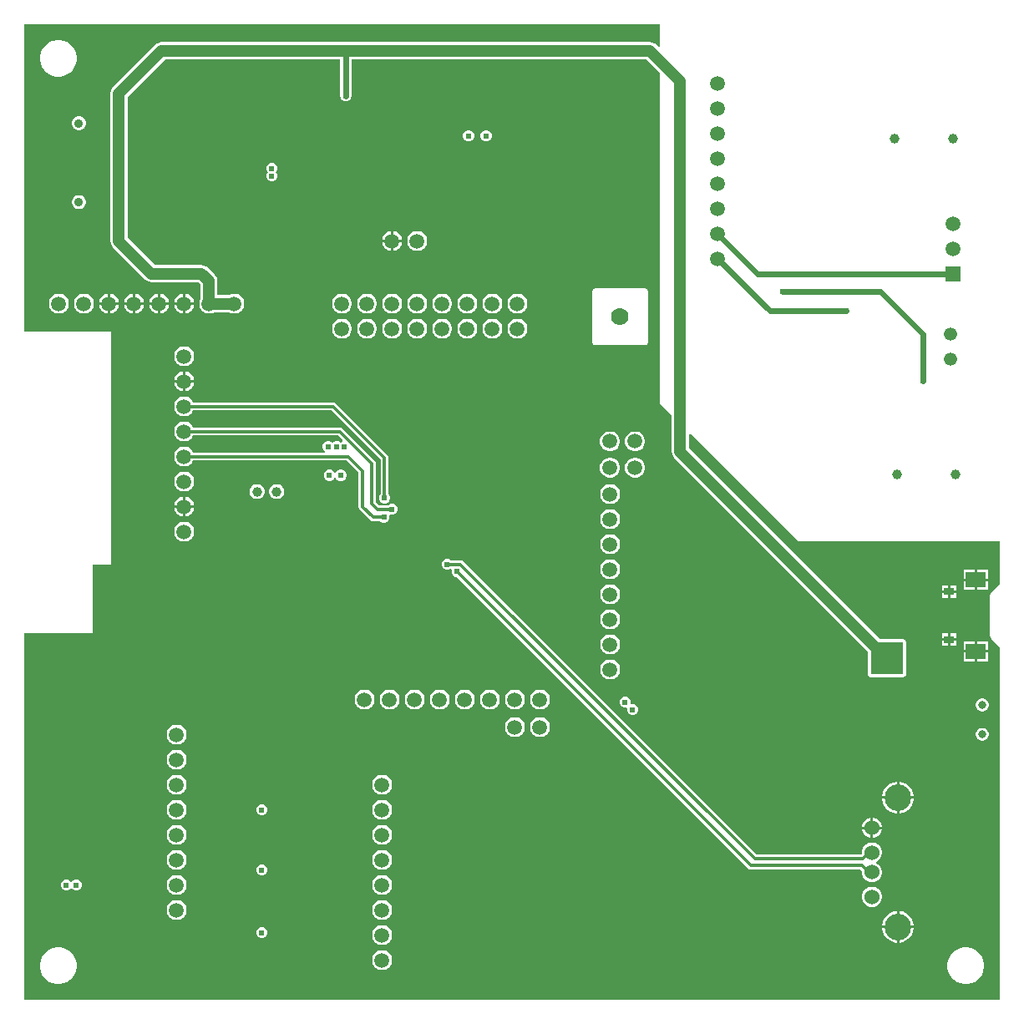
<source format=gbl>
G04*
G04 #@! TF.GenerationSoftware,Altium Limited,Altium Designer,21.9.2 (33)*
G04*
G04 Layer_Physical_Order=4*
G04 Layer_Color=16711680*
%FSLAX25Y25*%
%MOIN*%
G70*
G04*
G04 #@! TF.SameCoordinates,66518ADA-414C-4047-A028-89B1228E7E92*
G04*
G04*
G04 #@! TF.FilePolarity,Positive*
G04*
G01*
G75*
%ADD11C,0.01200*%
%ADD42R,0.07874X0.05906*%
%ADD98C,0.02400*%
%ADD100C,0.04800*%
%ADD118C,0.05906*%
%ADD119C,0.03937*%
%ADD120R,0.03937X0.03150*%
%ADD121C,0.07000*%
%ADD122C,0.03150*%
%ADD123C,0.06000*%
%ADD124C,0.10630*%
%ADD125C,0.05248*%
%ADD126C,0.03543*%
%ADD127R,0.05906X0.05906*%
%ADD128C,0.02400*%
%ADD149R,0.13000X0.13000*%
G36*
X255906Y382598D02*
X255444Y382406D01*
X254425Y383425D01*
X253715Y383970D01*
X252888Y384313D01*
X252000Y384429D01*
X57000D01*
X56112Y384313D01*
X55285Y383970D01*
X54575Y383425D01*
X37575Y366425D01*
X37030Y365715D01*
X36687Y364888D01*
X36571Y364000D01*
Y305000D01*
X36687Y304112D01*
X37030Y303285D01*
X37575Y302575D01*
X50575Y289575D01*
X51285Y289030D01*
X52112Y288687D01*
X53000Y288571D01*
X71556D01*
X72359Y287768D01*
Y281599D01*
X72317Y281526D01*
X72047Y280520D01*
Y279480D01*
X72317Y278474D01*
X72837Y277573D01*
X73573Y276837D01*
X74474Y276317D01*
X75480Y276047D01*
X76520D01*
X77526Y276317D01*
X77966Y276571D01*
X84034D01*
X84474Y276317D01*
X85480Y276047D01*
X86520D01*
X87526Y276317D01*
X88427Y276837D01*
X89163Y277573D01*
X89683Y278474D01*
X89953Y279480D01*
Y280520D01*
X89683Y281526D01*
X89163Y282427D01*
X88427Y283163D01*
X87526Y283683D01*
X86520Y283953D01*
X85480D01*
X84474Y283683D01*
X84034Y283429D01*
X79218D01*
Y289188D01*
X79101Y290076D01*
X78758Y290903D01*
X78213Y291613D01*
X75402Y294425D01*
X74691Y294970D01*
X73864Y295312D01*
X72977Y295429D01*
X54421D01*
X43429Y306420D01*
Y362579D01*
X58420Y377571D01*
X128257D01*
Y367000D01*
Y363000D01*
X128300Y362783D01*
Y362562D01*
X128384Y362358D01*
X128428Y362142D01*
X128550Y361958D01*
X128635Y361754D01*
X128791Y361598D01*
X128914Y361414D01*
X129098Y361291D01*
X129254Y361135D01*
X129458Y361050D01*
X129642Y360928D01*
X129858Y360884D01*
X130062Y360800D01*
X130283D01*
X130500Y360757D01*
X130717Y360800D01*
X130938D01*
X131142Y360884D01*
X131358Y360928D01*
X131542Y361050D01*
X131746Y361135D01*
X131902Y361291D01*
X132086Y361414D01*
X132209Y361598D01*
X132365Y361754D01*
X132450Y361958D01*
X132572Y362142D01*
X132615Y362358D01*
X132700Y362562D01*
Y362783D01*
X132743Y363000D01*
Y367000D01*
Y377571D01*
X250580D01*
X255906Y372245D01*
Y240158D01*
X260571Y235492D01*
Y221000D01*
X260687Y220112D01*
X261030Y219285D01*
X261575Y218575D01*
X338980Y141170D01*
Y132000D01*
X339058Y131610D01*
X339279Y131279D01*
X339610Y131058D01*
X340000Y130980D01*
X353000D01*
X353390Y131058D01*
X353721Y131279D01*
X353942Y131610D01*
X354020Y132000D01*
Y145000D01*
X353942Y145390D01*
X353721Y145721D01*
X353390Y145942D01*
X353000Y146020D01*
X343830D01*
X267429Y222421D01*
Y227980D01*
X267891Y228172D01*
X311024Y185039D01*
X391458D01*
Y168252D01*
X388178Y164972D01*
X387691Y164244D01*
X387521Y163386D01*
Y147638D01*
X387691Y146779D01*
X388178Y146052D01*
X391458Y142772D01*
Y2243D01*
X2243D01*
Y148500D01*
X29500D01*
Y176000D01*
X37000D01*
Y269000D01*
X2243D01*
Y391458D01*
X255906D01*
Y382598D01*
D02*
G37*
%LPC*%
G36*
X16467Y385252D02*
X15029D01*
X13619Y384971D01*
X12291Y384421D01*
X11095Y383622D01*
X10078Y382606D01*
X9280Y381410D01*
X8729Y380082D01*
X8449Y378672D01*
Y377234D01*
X8729Y375824D01*
X9280Y374495D01*
X10078Y373300D01*
X11095Y372283D01*
X12291Y371484D01*
X13619Y370934D01*
X15029Y370654D01*
X16467D01*
X17877Y370934D01*
X19206Y371484D01*
X20401Y372283D01*
X21418Y373300D01*
X22217Y374495D01*
X22767Y375824D01*
X23047Y377234D01*
Y378672D01*
X22767Y380082D01*
X22217Y381410D01*
X21418Y382606D01*
X20401Y383622D01*
X19206Y384421D01*
X17877Y384971D01*
X16467Y385252D01*
D02*
G37*
G36*
X24365Y354772D02*
X23635D01*
X22930Y354583D01*
X22298Y354218D01*
X21782Y353702D01*
X21417Y353070D01*
X21228Y352365D01*
Y351635D01*
X21417Y350930D01*
X21782Y350298D01*
X22298Y349782D01*
X22930Y349417D01*
X23635Y349228D01*
X24365D01*
X25070Y349417D01*
X25702Y349782D01*
X26218Y350298D01*
X26583Y350930D01*
X26772Y351635D01*
Y352365D01*
X26583Y353070D01*
X26218Y353702D01*
X25702Y354218D01*
X25070Y354583D01*
X24365Y354772D01*
D02*
G37*
G36*
X186938Y349200D02*
X186062D01*
X185254Y348865D01*
X184635Y348246D01*
X184300Y347438D01*
Y346562D01*
X184635Y345754D01*
X185254Y345135D01*
X186062Y344800D01*
X186938D01*
X187746Y345135D01*
X188365Y345754D01*
X188700Y346562D01*
Y347438D01*
X188365Y348246D01*
X187746Y348865D01*
X186938Y349200D01*
D02*
G37*
G36*
X179938D02*
X179062D01*
X178254Y348865D01*
X177635Y348246D01*
X177300Y347438D01*
Y346562D01*
X177635Y345754D01*
X178254Y345135D01*
X179062Y344800D01*
X179938D01*
X180746Y345135D01*
X181365Y345754D01*
X181700Y346562D01*
Y347438D01*
X181365Y348246D01*
X180746Y348865D01*
X179938Y349200D01*
D02*
G37*
G36*
X101438Y336200D02*
X100562D01*
X99754Y335865D01*
X99135Y335246D01*
X98800Y334438D01*
Y333562D01*
X99135Y332754D01*
X99389Y332500D01*
X99135Y332246D01*
X98800Y331438D01*
Y330562D01*
X99135Y329754D01*
X99754Y329135D01*
X100562Y328800D01*
X101438D01*
X102246Y329135D01*
X102865Y329754D01*
X103200Y330562D01*
Y331438D01*
X102865Y332246D01*
X102611Y332500D01*
X102865Y332754D01*
X103200Y333562D01*
Y334438D01*
X102865Y335246D01*
X102246Y335865D01*
X101438Y336200D01*
D02*
G37*
G36*
X24365Y323276D02*
X23635D01*
X22930Y323087D01*
X22298Y322722D01*
X21782Y322206D01*
X21417Y321574D01*
X21228Y320869D01*
Y320139D01*
X21417Y319434D01*
X21782Y318802D01*
X22298Y318286D01*
X22930Y317921D01*
X23635Y317732D01*
X24365D01*
X25070Y317921D01*
X25702Y318286D01*
X26218Y318802D01*
X26583Y319434D01*
X26772Y320139D01*
Y320869D01*
X26583Y321574D01*
X26218Y322206D01*
X25702Y322722D01*
X25070Y323087D01*
X24365Y323276D01*
D02*
G37*
G36*
X149520Y308953D02*
X149500D01*
Y305500D01*
X152953D01*
Y305520D01*
X152683Y306526D01*
X152163Y307427D01*
X151427Y308163D01*
X150526Y308683D01*
X149520Y308953D01*
D02*
G37*
G36*
X148500D02*
X148480D01*
X147474Y308683D01*
X146573Y308163D01*
X145837Y307427D01*
X145317Y306526D01*
X145047Y305520D01*
Y305500D01*
X148500D01*
Y308953D01*
D02*
G37*
G36*
X159520D02*
X158480D01*
X157474Y308683D01*
X156573Y308163D01*
X155837Y307427D01*
X155317Y306526D01*
X155047Y305520D01*
Y304480D01*
X155317Y303474D01*
X155837Y302573D01*
X156573Y301837D01*
X157474Y301317D01*
X158480Y301047D01*
X159520D01*
X160526Y301317D01*
X161427Y301837D01*
X162163Y302573D01*
X162683Y303474D01*
X162953Y304480D01*
Y305520D01*
X162683Y306526D01*
X162163Y307427D01*
X161427Y308163D01*
X160526Y308683D01*
X159520Y308953D01*
D02*
G37*
G36*
X152953Y304500D02*
X149500D01*
Y301047D01*
X149520D01*
X150526Y301317D01*
X151427Y301837D01*
X152163Y302573D01*
X152683Y303474D01*
X152953Y304480D01*
Y304500D01*
D02*
G37*
G36*
X148500D02*
X145047D01*
Y304480D01*
X145317Y303474D01*
X145837Y302573D01*
X146573Y301837D01*
X147474Y301317D01*
X148480Y301047D01*
X148500D01*
Y304500D01*
D02*
G37*
G36*
X36520Y283953D02*
X36500D01*
Y280500D01*
X39953D01*
Y280520D01*
X39683Y281526D01*
X39163Y282427D01*
X38427Y283163D01*
X37526Y283683D01*
X36520Y283953D01*
D02*
G37*
G36*
X66520D02*
X66500D01*
Y280500D01*
X69953D01*
Y280520D01*
X69683Y281526D01*
X69163Y282427D01*
X68427Y283163D01*
X67526Y283683D01*
X66520Y283953D01*
D02*
G37*
G36*
X46520D02*
X46500D01*
Y280500D01*
X49953D01*
Y280520D01*
X49683Y281526D01*
X49163Y282427D01*
X48427Y283163D01*
X47526Y283683D01*
X46520Y283953D01*
D02*
G37*
G36*
X56520D02*
X56500D01*
Y280500D01*
X59953D01*
Y280520D01*
X59683Y281526D01*
X59163Y282427D01*
X58427Y283163D01*
X57526Y283683D01*
X56520Y283953D01*
D02*
G37*
G36*
X35500D02*
X35480D01*
X34474Y283683D01*
X33573Y283163D01*
X32837Y282427D01*
X32317Y281526D01*
X32047Y280520D01*
Y280500D01*
X35500D01*
Y283953D01*
D02*
G37*
G36*
X65500D02*
X65480D01*
X64474Y283683D01*
X63573Y283163D01*
X62837Y282427D01*
X62317Y281526D01*
X62047Y280520D01*
Y280500D01*
X65500D01*
Y283953D01*
D02*
G37*
G36*
X45500D02*
X45480D01*
X44474Y283683D01*
X43573Y283163D01*
X42837Y282427D01*
X42317Y281526D01*
X42047Y280520D01*
Y280500D01*
X45500D01*
Y283953D01*
D02*
G37*
G36*
X55500D02*
X55480D01*
X54474Y283683D01*
X53573Y283163D01*
X52837Y282427D01*
X52317Y281526D01*
X52047Y280520D01*
Y280500D01*
X55500D01*
Y283953D01*
D02*
G37*
G36*
X199520D02*
X198480D01*
X197474Y283683D01*
X196573Y283163D01*
X195837Y282427D01*
X195317Y281526D01*
X195047Y280520D01*
Y279480D01*
X195317Y278474D01*
X195837Y277573D01*
X196573Y276837D01*
X197474Y276317D01*
X198480Y276047D01*
X199520D01*
X200526Y276317D01*
X201427Y276837D01*
X202163Y277573D01*
X202683Y278474D01*
X202953Y279480D01*
Y280520D01*
X202683Y281526D01*
X202163Y282427D01*
X201427Y283163D01*
X200526Y283683D01*
X199520Y283953D01*
D02*
G37*
G36*
X189520D02*
X188480D01*
X187474Y283683D01*
X186573Y283163D01*
X185837Y282427D01*
X185317Y281526D01*
X185047Y280520D01*
Y279480D01*
X185317Y278474D01*
X185837Y277573D01*
X186573Y276837D01*
X187474Y276317D01*
X188480Y276047D01*
X189520D01*
X190526Y276317D01*
X191427Y276837D01*
X192163Y277573D01*
X192683Y278474D01*
X192953Y279480D01*
Y280520D01*
X192683Y281526D01*
X192163Y282427D01*
X191427Y283163D01*
X190526Y283683D01*
X189520Y283953D01*
D02*
G37*
G36*
X179520D02*
X178480D01*
X177474Y283683D01*
X176573Y283163D01*
X175837Y282427D01*
X175317Y281526D01*
X175047Y280520D01*
Y279480D01*
X175317Y278474D01*
X175837Y277573D01*
X176573Y276837D01*
X177474Y276317D01*
X178480Y276047D01*
X179520D01*
X180526Y276317D01*
X181427Y276837D01*
X182163Y277573D01*
X182683Y278474D01*
X182953Y279480D01*
Y280520D01*
X182683Y281526D01*
X182163Y282427D01*
X181427Y283163D01*
X180526Y283683D01*
X179520Y283953D01*
D02*
G37*
G36*
X169491D02*
X168450D01*
X167445Y283683D01*
X166544Y283163D01*
X165808Y282427D01*
X165287Y281526D01*
X165018Y280520D01*
Y279480D01*
X165287Y278474D01*
X165808Y277573D01*
X166544Y276837D01*
X167445Y276317D01*
X168450Y276047D01*
X169491D01*
X170497Y276317D01*
X171398Y276837D01*
X172134Y277573D01*
X172654Y278474D01*
X172924Y279480D01*
Y280520D01*
X172654Y281526D01*
X172134Y282427D01*
X171398Y283163D01*
X170497Y283683D01*
X169491Y283953D01*
D02*
G37*
G36*
X159520D02*
X158480D01*
X157474Y283683D01*
X156573Y283163D01*
X155837Y282427D01*
X155317Y281526D01*
X155047Y280520D01*
Y279480D01*
X155317Y278474D01*
X155837Y277573D01*
X156573Y276837D01*
X157474Y276317D01*
X158480Y276047D01*
X159520D01*
X160526Y276317D01*
X161427Y276837D01*
X162163Y277573D01*
X162683Y278474D01*
X162953Y279480D01*
Y280520D01*
X162683Y281526D01*
X162163Y282427D01*
X161427Y283163D01*
X160526Y283683D01*
X159520Y283953D01*
D02*
G37*
G36*
X149520D02*
X148480D01*
X147474Y283683D01*
X146573Y283163D01*
X145837Y282427D01*
X145317Y281526D01*
X145047Y280520D01*
Y279480D01*
X145317Y278474D01*
X145837Y277573D01*
X146573Y276837D01*
X147474Y276317D01*
X148480Y276047D01*
X149520D01*
X150526Y276317D01*
X151427Y276837D01*
X152163Y277573D01*
X152683Y278474D01*
X152953Y279480D01*
Y280520D01*
X152683Y281526D01*
X152163Y282427D01*
X151427Y283163D01*
X150526Y283683D01*
X149520Y283953D01*
D02*
G37*
G36*
X139491D02*
X138451D01*
X137445Y283683D01*
X136544Y283163D01*
X135808Y282427D01*
X135287Y281526D01*
X135018Y280520D01*
Y279480D01*
X135287Y278474D01*
X135808Y277573D01*
X136544Y276837D01*
X137445Y276317D01*
X138451Y276047D01*
X139491D01*
X140497Y276317D01*
X141398Y276837D01*
X142134Y277573D01*
X142654Y278474D01*
X142924Y279480D01*
Y280520D01*
X142654Y281526D01*
X142134Y282427D01*
X141398Y283163D01*
X140497Y283683D01*
X139491Y283953D01*
D02*
G37*
G36*
X129491D02*
X128451D01*
X127445Y283683D01*
X126544Y283163D01*
X125808Y282427D01*
X125287Y281526D01*
X125018Y280520D01*
Y279480D01*
X125287Y278474D01*
X125808Y277573D01*
X126544Y276837D01*
X127445Y276317D01*
X128451Y276047D01*
X129491D01*
X130497Y276317D01*
X131398Y276837D01*
X132134Y277573D01*
X132654Y278474D01*
X132924Y279480D01*
Y280520D01*
X132654Y281526D01*
X132134Y282427D01*
X131398Y283163D01*
X130497Y283683D01*
X129491Y283953D01*
D02*
G37*
G36*
X69953Y279500D02*
X66500D01*
Y276047D01*
X66520D01*
X67526Y276317D01*
X68427Y276837D01*
X69163Y277573D01*
X69683Y278474D01*
X69953Y279480D01*
Y279500D01*
D02*
G37*
G36*
X65500D02*
X62047D01*
Y279480D01*
X62317Y278474D01*
X62837Y277573D01*
X63573Y276837D01*
X64474Y276317D01*
X65480Y276047D01*
X65500D01*
Y279500D01*
D02*
G37*
G36*
X59953D02*
X56500D01*
Y276047D01*
X56520D01*
X57526Y276317D01*
X58427Y276837D01*
X59163Y277573D01*
X59683Y278474D01*
X59953Y279480D01*
Y279500D01*
D02*
G37*
G36*
X55500D02*
X52047D01*
Y279480D01*
X52317Y278474D01*
X52837Y277573D01*
X53573Y276837D01*
X54474Y276317D01*
X55480Y276047D01*
X55500D01*
Y279500D01*
D02*
G37*
G36*
X49953D02*
X46500D01*
Y276047D01*
X46520D01*
X47526Y276317D01*
X48427Y276837D01*
X49163Y277573D01*
X49683Y278474D01*
X49953Y279480D01*
Y279500D01*
D02*
G37*
G36*
X45500D02*
X42047D01*
Y279480D01*
X42317Y278474D01*
X42837Y277573D01*
X43573Y276837D01*
X44474Y276317D01*
X45480Y276047D01*
X45500D01*
Y279500D01*
D02*
G37*
G36*
X39953D02*
X36500D01*
Y276047D01*
X36520D01*
X37526Y276317D01*
X38427Y276837D01*
X39163Y277573D01*
X39683Y278474D01*
X39953Y279480D01*
Y279500D01*
D02*
G37*
G36*
X35500D02*
X32047D01*
Y279480D01*
X32317Y278474D01*
X32837Y277573D01*
X33573Y276837D01*
X34474Y276317D01*
X35480Y276047D01*
X35500D01*
Y279500D01*
D02*
G37*
G36*
X26520Y283953D02*
X25480D01*
X24474Y283683D01*
X23573Y283163D01*
X22837Y282427D01*
X22317Y281526D01*
X22047Y280520D01*
Y279480D01*
X22317Y278474D01*
X22837Y277573D01*
X23573Y276837D01*
X24474Y276317D01*
X25480Y276047D01*
X26520D01*
X27526Y276317D01*
X28427Y276837D01*
X29163Y277573D01*
X29683Y278474D01*
X29953Y279480D01*
Y280520D01*
X29683Y281526D01*
X29163Y282427D01*
X28427Y283163D01*
X27526Y283683D01*
X26520Y283953D01*
D02*
G37*
G36*
X16520D02*
X15480D01*
X14474Y283683D01*
X13573Y283163D01*
X12837Y282427D01*
X12317Y281526D01*
X12047Y280520D01*
Y279480D01*
X12317Y278474D01*
X12837Y277573D01*
X13573Y276837D01*
X14474Y276317D01*
X15480Y276047D01*
X16520D01*
X17526Y276317D01*
X18427Y276837D01*
X19163Y277573D01*
X19683Y278474D01*
X19953Y279480D01*
Y280520D01*
X19683Y281526D01*
X19163Y282427D01*
X18427Y283163D01*
X17526Y283683D01*
X16520Y283953D01*
D02*
G37*
G36*
X199520Y273953D02*
X198480D01*
X197474Y273683D01*
X196573Y273163D01*
X195837Y272427D01*
X195317Y271526D01*
X195047Y270520D01*
Y269480D01*
X195317Y268474D01*
X195837Y267573D01*
X196573Y266837D01*
X197474Y266317D01*
X198480Y266047D01*
X199520D01*
X200526Y266317D01*
X201427Y266837D01*
X202163Y267573D01*
X202683Y268474D01*
X202953Y269480D01*
Y270520D01*
X202683Y271526D01*
X202163Y272427D01*
X201427Y273163D01*
X200526Y273683D01*
X199520Y273953D01*
D02*
G37*
G36*
X189520D02*
X188480D01*
X187474Y273683D01*
X186573Y273163D01*
X185837Y272427D01*
X185317Y271526D01*
X185047Y270520D01*
Y269480D01*
X185317Y268474D01*
X185837Y267573D01*
X186573Y266837D01*
X187474Y266317D01*
X188480Y266047D01*
X189520D01*
X190526Y266317D01*
X191427Y266837D01*
X192163Y267573D01*
X192683Y268474D01*
X192953Y269480D01*
Y270520D01*
X192683Y271526D01*
X192163Y272427D01*
X191427Y273163D01*
X190526Y273683D01*
X189520Y273953D01*
D02*
G37*
G36*
X179520D02*
X178480D01*
X177474Y273683D01*
X176573Y273163D01*
X175837Y272427D01*
X175317Y271526D01*
X175047Y270520D01*
Y269480D01*
X175317Y268474D01*
X175837Y267573D01*
X176573Y266837D01*
X177474Y266317D01*
X178480Y266047D01*
X179520D01*
X180526Y266317D01*
X181427Y266837D01*
X182163Y267573D01*
X182683Y268474D01*
X182953Y269480D01*
Y270520D01*
X182683Y271526D01*
X182163Y272427D01*
X181427Y273163D01*
X180526Y273683D01*
X179520Y273953D01*
D02*
G37*
G36*
X169491D02*
X168450D01*
X167445Y273683D01*
X166544Y273163D01*
X165808Y272427D01*
X165287Y271526D01*
X165018Y270520D01*
Y269480D01*
X165287Y268474D01*
X165808Y267573D01*
X166544Y266837D01*
X167445Y266317D01*
X168450Y266047D01*
X169491D01*
X170497Y266317D01*
X171398Y266837D01*
X172134Y267573D01*
X172654Y268474D01*
X172924Y269480D01*
Y270520D01*
X172654Y271526D01*
X172134Y272427D01*
X171398Y273163D01*
X170497Y273683D01*
X169491Y273953D01*
D02*
G37*
G36*
X159520D02*
X158480D01*
X157474Y273683D01*
X156573Y273163D01*
X155837Y272427D01*
X155317Y271526D01*
X155047Y270520D01*
Y269480D01*
X155317Y268474D01*
X155837Y267573D01*
X156573Y266837D01*
X157474Y266317D01*
X158480Y266047D01*
X159520D01*
X160526Y266317D01*
X161427Y266837D01*
X162163Y267573D01*
X162683Y268474D01*
X162953Y269480D01*
Y270520D01*
X162683Y271526D01*
X162163Y272427D01*
X161427Y273163D01*
X160526Y273683D01*
X159520Y273953D01*
D02*
G37*
G36*
X149520D02*
X148480D01*
X147474Y273683D01*
X146573Y273163D01*
X145837Y272427D01*
X145317Y271526D01*
X145047Y270520D01*
Y269480D01*
X145317Y268474D01*
X145837Y267573D01*
X146573Y266837D01*
X147474Y266317D01*
X148480Y266047D01*
X149520D01*
X150526Y266317D01*
X151427Y266837D01*
X152163Y267573D01*
X152683Y268474D01*
X152953Y269480D01*
Y270520D01*
X152683Y271526D01*
X152163Y272427D01*
X151427Y273163D01*
X150526Y273683D01*
X149520Y273953D01*
D02*
G37*
G36*
X139491D02*
X138451D01*
X137445Y273683D01*
X136544Y273163D01*
X135808Y272427D01*
X135287Y271526D01*
X135018Y270520D01*
Y269480D01*
X135287Y268474D01*
X135808Y267573D01*
X136544Y266837D01*
X137445Y266317D01*
X138451Y266047D01*
X139491D01*
X140497Y266317D01*
X141398Y266837D01*
X142134Y267573D01*
X142654Y268474D01*
X142924Y269480D01*
Y270520D01*
X142654Y271526D01*
X142134Y272427D01*
X141398Y273163D01*
X140497Y273683D01*
X139491Y273953D01*
D02*
G37*
G36*
X129491D02*
X128451D01*
X127445Y273683D01*
X126544Y273163D01*
X125808Y272427D01*
X125287Y271526D01*
X125018Y270520D01*
Y269480D01*
X125287Y268474D01*
X125808Y267573D01*
X126544Y266837D01*
X127445Y266317D01*
X128451Y266047D01*
X129491D01*
X130497Y266317D01*
X131398Y266837D01*
X132134Y267573D01*
X132654Y268474D01*
X132924Y269480D01*
Y270520D01*
X132654Y271526D01*
X132134Y272427D01*
X131398Y273163D01*
X130497Y273683D01*
X129491Y273953D01*
D02*
G37*
G36*
X250000Y286020D02*
X230000D01*
X229610Y285942D01*
X229279Y285721D01*
X229058Y285390D01*
X228980Y285000D01*
Y264500D01*
X229058Y264110D01*
X229279Y263779D01*
X229610Y263558D01*
X230000Y263480D01*
X250000D01*
X250390Y263558D01*
X250721Y263779D01*
X250942Y264110D01*
X251020Y264500D01*
Y285000D01*
X250942Y285390D01*
X250721Y285721D01*
X250390Y285942D01*
X250000Y286020D01*
D02*
G37*
G36*
X66520Y262953D02*
X65480D01*
X64474Y262683D01*
X63573Y262163D01*
X62837Y261427D01*
X62317Y260526D01*
X62047Y259520D01*
Y258480D01*
X62317Y257474D01*
X62837Y256573D01*
X63573Y255837D01*
X64474Y255317D01*
X65480Y255047D01*
X66520D01*
X67526Y255317D01*
X68427Y255837D01*
X69163Y256573D01*
X69683Y257474D01*
X69953Y258480D01*
Y259520D01*
X69683Y260526D01*
X69163Y261427D01*
X68427Y262163D01*
X67526Y262683D01*
X66520Y262953D01*
D02*
G37*
G36*
Y252953D02*
X66500D01*
Y249500D01*
X69953D01*
Y249520D01*
X69683Y250526D01*
X69163Y251427D01*
X68427Y252163D01*
X67526Y252683D01*
X66520Y252953D01*
D02*
G37*
G36*
X65500D02*
X65480D01*
X64474Y252683D01*
X63573Y252163D01*
X62837Y251427D01*
X62317Y250526D01*
X62047Y249520D01*
Y249500D01*
X65500D01*
Y252953D01*
D02*
G37*
G36*
X69953Y248500D02*
X66500D01*
Y245047D01*
X66520D01*
X67526Y245317D01*
X68427Y245837D01*
X69163Y246573D01*
X69683Y247474D01*
X69953Y248480D01*
Y248500D01*
D02*
G37*
G36*
X65500D02*
X62047D01*
Y248480D01*
X62317Y247474D01*
X62837Y246573D01*
X63573Y245837D01*
X64474Y245317D01*
X65480Y245047D01*
X65500D01*
Y248500D01*
D02*
G37*
G36*
X66520Y232953D02*
X65480D01*
X64474Y232683D01*
X63573Y232163D01*
X62837Y231427D01*
X62317Y230526D01*
X62047Y229520D01*
Y228480D01*
X62317Y227474D01*
X62837Y226573D01*
X63573Y225837D01*
X64474Y225317D01*
X65480Y225047D01*
X66520D01*
X67526Y225317D01*
X68427Y225837D01*
X69163Y226573D01*
X69622Y227369D01*
X127424Y227369D01*
X129201Y225592D01*
X129084Y225002D01*
X128754Y224865D01*
X128500Y224611D01*
X128246Y224865D01*
X127438Y225200D01*
X126562D01*
X125754Y224865D01*
X125250Y224361D01*
X124746Y224865D01*
X123938Y225200D01*
X123062D01*
X122254Y224865D01*
X121635Y224246D01*
X121300Y223438D01*
Y222562D01*
X121635Y221754D01*
X122254Y221135D01*
X122262Y221131D01*
X122163Y220631D01*
X69622Y220631D01*
X69163Y221427D01*
X68427Y222163D01*
X67526Y222683D01*
X66520Y222953D01*
X65480D01*
X64474Y222683D01*
X63573Y222163D01*
X62837Y221427D01*
X62317Y220526D01*
X62047Y219520D01*
Y218480D01*
X62317Y217474D01*
X62837Y216573D01*
X63573Y215837D01*
X64474Y215317D01*
X65480Y215047D01*
X66520D01*
X67526Y215317D01*
X68427Y215837D01*
X69163Y216573D01*
X69622Y217369D01*
X130724Y217369D01*
X135569Y212524D01*
Y198900D01*
X135693Y198276D01*
X136047Y197747D01*
X140246Y193546D01*
X140776Y193193D01*
X141400Y193069D01*
X144220D01*
X144454Y192835D01*
X145262Y192500D01*
X146138D01*
X146946Y192835D01*
X147565Y193454D01*
X147900Y194262D01*
Y195138D01*
X147702Y195615D01*
X148085Y195998D01*
X148562Y195800D01*
X149438D01*
X150246Y196135D01*
X150865Y196754D01*
X151200Y197562D01*
Y198438D01*
X150865Y199246D01*
X150246Y199865D01*
X149438Y200200D01*
X148562D01*
X147754Y199865D01*
X147355Y199466D01*
X143891D01*
X142631Y200726D01*
Y216100D01*
X142507Y216724D01*
X142154Y217253D01*
X129253Y230153D01*
X128724Y230507D01*
X128100Y230631D01*
X69622Y230631D01*
X69163Y231427D01*
X68427Y232163D01*
X67526Y232683D01*
X66520Y232953D01*
D02*
G37*
G36*
X246483Y228982D02*
X245442D01*
X244437Y228713D01*
X243535Y228192D01*
X242799Y227456D01*
X242279Y226555D01*
X242009Y225550D01*
Y224509D01*
X242279Y223503D01*
X242799Y222602D01*
X243535Y221866D01*
X244437Y221346D01*
X245442Y221076D01*
X246483D01*
X247488Y221346D01*
X248389Y221866D01*
X249125Y222602D01*
X249646Y223503D01*
X249915Y224509D01*
Y225550D01*
X249646Y226555D01*
X249125Y227456D01*
X248389Y228192D01*
X247488Y228713D01*
X246483Y228982D01*
D02*
G37*
G36*
X236483D02*
X235442D01*
X234436Y228713D01*
X233535Y228192D01*
X232799Y227456D01*
X232279Y226555D01*
X232010Y225550D01*
Y224509D01*
X232279Y223503D01*
X232799Y222602D01*
X233535Y221866D01*
X234436Y221346D01*
X235442Y221076D01*
X236483D01*
X237488Y221346D01*
X238389Y221866D01*
X239125Y222602D01*
X239646Y223503D01*
X239915Y224509D01*
Y225550D01*
X239646Y226555D01*
X239125Y227456D01*
X238389Y228192D01*
X237488Y228713D01*
X236483Y228982D01*
D02*
G37*
G36*
X128938Y213700D02*
X128062D01*
X127254Y213365D01*
X126635Y212746D01*
X126521Y212470D01*
X125979D01*
X125865Y212746D01*
X125246Y213365D01*
X124438Y213700D01*
X123562D01*
X122754Y213365D01*
X122135Y212746D01*
X121800Y211938D01*
Y211062D01*
X122135Y210254D01*
X122754Y209635D01*
X123562Y209300D01*
X124438D01*
X125246Y209635D01*
X125865Y210254D01*
X125979Y210530D01*
X126521D01*
X126635Y210254D01*
X127254Y209635D01*
X128062Y209300D01*
X128938D01*
X129746Y209635D01*
X130365Y210254D01*
X130700Y211062D01*
Y211938D01*
X130365Y212746D01*
X129746Y213365D01*
X128938Y213700D01*
D02*
G37*
G36*
X246451Y218482D02*
X245410D01*
X244405Y218213D01*
X243504Y217692D01*
X242768Y216956D01*
X242247Y216055D01*
X241978Y215050D01*
Y214009D01*
X242247Y213003D01*
X242768Y212102D01*
X243504Y211366D01*
X244405Y210846D01*
X245410Y210576D01*
X246451D01*
X247456Y210846D01*
X248358Y211366D01*
X249094Y212102D01*
X249614Y213003D01*
X249884Y214009D01*
Y215050D01*
X249614Y216055D01*
X249094Y216956D01*
X248358Y217692D01*
X247456Y218213D01*
X246451Y218482D01*
D02*
G37*
G36*
X236451D02*
X235410D01*
X234405Y218213D01*
X233504Y217692D01*
X232768Y216956D01*
X232247Y216055D01*
X231978Y215050D01*
Y214009D01*
X232247Y213003D01*
X232768Y212102D01*
X233504Y211366D01*
X234405Y210846D01*
X235410Y210576D01*
X236451D01*
X237456Y210846D01*
X238358Y211366D01*
X239094Y212102D01*
X239614Y213003D01*
X239883Y214009D01*
Y215050D01*
X239614Y216055D01*
X239094Y216956D01*
X238358Y217692D01*
X237456Y218213D01*
X236451Y218482D01*
D02*
G37*
G36*
X66520Y212953D02*
X65480D01*
X64474Y212683D01*
X63573Y212163D01*
X62837Y211427D01*
X62317Y210526D01*
X62047Y209520D01*
Y208480D01*
X62317Y207474D01*
X62837Y206573D01*
X63573Y205837D01*
X64474Y205317D01*
X65480Y205047D01*
X66520D01*
X67526Y205317D01*
X68427Y205837D01*
X69163Y206573D01*
X69683Y207474D01*
X69953Y208480D01*
Y209520D01*
X69683Y210526D01*
X69163Y211427D01*
X68427Y212163D01*
X67526Y212683D01*
X66520Y212953D01*
D02*
G37*
G36*
X103328Y207968D02*
X102546D01*
X101791Y207766D01*
X101114Y207375D01*
X100562Y206823D01*
X100171Y206146D01*
X99968Y205391D01*
Y204609D01*
X100171Y203854D01*
X100562Y203177D01*
X101114Y202625D01*
X101791Y202234D01*
X102546Y202031D01*
X103328D01*
X104083Y202234D01*
X104760Y202625D01*
X105312Y203177D01*
X105703Y203854D01*
X105905Y204609D01*
Y205391D01*
X105703Y206146D01*
X105312Y206823D01*
X104760Y207375D01*
X104083Y207766D01*
X103328Y207968D01*
D02*
G37*
G36*
X95454D02*
X94672D01*
X93917Y207766D01*
X93240Y207375D01*
X92688Y206823D01*
X92297Y206146D01*
X92094Y205391D01*
Y204609D01*
X92297Y203854D01*
X92688Y203177D01*
X93240Y202625D01*
X93917Y202234D01*
X94672Y202031D01*
X95454D01*
X96209Y202234D01*
X96886Y202625D01*
X97438Y203177D01*
X97829Y203854D01*
X98032Y204609D01*
Y205391D01*
X97829Y206146D01*
X97438Y206823D01*
X96886Y207375D01*
X96209Y207766D01*
X95454Y207968D01*
D02*
G37*
G36*
X66520Y242953D02*
X65480D01*
X64474Y242683D01*
X63573Y242163D01*
X62837Y241427D01*
X62317Y240526D01*
X62047Y239520D01*
Y238480D01*
X62317Y237474D01*
X62837Y236573D01*
X63573Y235837D01*
X64474Y235317D01*
X65480Y235047D01*
X66520D01*
X67526Y235317D01*
X68427Y235837D01*
X69163Y236573D01*
X69622Y237369D01*
X124824D01*
X144369Y217824D01*
Y203980D01*
X144135Y203746D01*
X143800Y202938D01*
Y202062D01*
X144135Y201254D01*
X144754Y200635D01*
X145562Y200300D01*
X146438D01*
X147246Y200635D01*
X147865Y201254D01*
X148200Y202062D01*
Y202938D01*
X147865Y203746D01*
X147631Y203980D01*
Y218500D01*
X147507Y219124D01*
X147153Y219654D01*
X147153Y219654D01*
X126654Y240154D01*
X126124Y240507D01*
X125500Y240631D01*
X69622D01*
X69163Y241427D01*
X68427Y242163D01*
X67526Y242683D01*
X66520Y242953D01*
D02*
G37*
G36*
X236520Y207953D02*
X235480D01*
X234474Y207683D01*
X233573Y207163D01*
X232837Y206427D01*
X232317Y205526D01*
X232047Y204520D01*
Y203480D01*
X232317Y202474D01*
X232837Y201573D01*
X233573Y200837D01*
X234474Y200317D01*
X235480Y200047D01*
X236520D01*
X237526Y200317D01*
X238427Y200837D01*
X239163Y201573D01*
X239683Y202474D01*
X239953Y203480D01*
Y204520D01*
X239683Y205526D01*
X239163Y206427D01*
X238427Y207163D01*
X237526Y207683D01*
X236520Y207953D01*
D02*
G37*
G36*
X66520Y202953D02*
X66500D01*
Y199500D01*
X69953D01*
Y199520D01*
X69683Y200526D01*
X69163Y201427D01*
X68427Y202163D01*
X67526Y202683D01*
X66520Y202953D01*
D02*
G37*
G36*
X65500D02*
X65480D01*
X64474Y202683D01*
X63573Y202163D01*
X62837Y201427D01*
X62317Y200526D01*
X62047Y199520D01*
Y199500D01*
X65500D01*
Y202953D01*
D02*
G37*
G36*
X69953Y198500D02*
X66500D01*
Y195047D01*
X66520D01*
X67526Y195317D01*
X68427Y195837D01*
X69163Y196573D01*
X69683Y197474D01*
X69953Y198480D01*
Y198500D01*
D02*
G37*
G36*
X65500D02*
X62047D01*
Y198480D01*
X62317Y197474D01*
X62837Y196573D01*
X63573Y195837D01*
X64474Y195317D01*
X65480Y195047D01*
X65500D01*
Y198500D01*
D02*
G37*
G36*
X236520Y197953D02*
X235480D01*
X234474Y197683D01*
X233573Y197163D01*
X232837Y196427D01*
X232317Y195526D01*
X232047Y194520D01*
Y193480D01*
X232317Y192474D01*
X232837Y191573D01*
X233573Y190837D01*
X234474Y190317D01*
X235480Y190047D01*
X236520D01*
X237526Y190317D01*
X238427Y190837D01*
X239163Y191573D01*
X239683Y192474D01*
X239953Y193480D01*
Y194520D01*
X239683Y195526D01*
X239163Y196427D01*
X238427Y197163D01*
X237526Y197683D01*
X236520Y197953D01*
D02*
G37*
G36*
X66520Y192953D02*
X65480D01*
X64474Y192683D01*
X63573Y192163D01*
X62837Y191427D01*
X62317Y190526D01*
X62047Y189520D01*
Y188480D01*
X62317Y187474D01*
X62837Y186573D01*
X63573Y185837D01*
X64474Y185317D01*
X65480Y185047D01*
X66520D01*
X67526Y185317D01*
X68427Y185837D01*
X69163Y186573D01*
X69683Y187474D01*
X69953Y188480D01*
Y189520D01*
X69683Y190526D01*
X69163Y191427D01*
X68427Y192163D01*
X67526Y192683D01*
X66520Y192953D01*
D02*
G37*
G36*
X236520Y187953D02*
X235480D01*
X234474Y187683D01*
X233573Y187163D01*
X232837Y186427D01*
X232317Y185526D01*
X232047Y184520D01*
Y183480D01*
X232317Y182474D01*
X232837Y181573D01*
X233573Y180837D01*
X234474Y180317D01*
X235480Y180047D01*
X236520D01*
X237526Y180317D01*
X238427Y180837D01*
X239163Y181573D01*
X239683Y182474D01*
X239953Y183480D01*
Y184520D01*
X239683Y185526D01*
X239163Y186427D01*
X238427Y187163D01*
X237526Y187683D01*
X236520Y187953D01*
D02*
G37*
G36*
X386937Y173724D02*
X382500D01*
Y170272D01*
X386937D01*
Y173724D01*
D02*
G37*
G36*
X381500D02*
X377063D01*
Y170272D01*
X381500D01*
Y173724D01*
D02*
G37*
G36*
X236520Y177953D02*
X235480D01*
X234474Y177683D01*
X233573Y177163D01*
X232837Y176427D01*
X232317Y175526D01*
X232047Y174520D01*
Y173480D01*
X232317Y172474D01*
X232837Y171573D01*
X233573Y170837D01*
X234474Y170317D01*
X235480Y170047D01*
X236520D01*
X237526Y170317D01*
X238427Y170837D01*
X239163Y171573D01*
X239683Y172474D01*
X239953Y173480D01*
Y174520D01*
X239683Y175526D01*
X239163Y176427D01*
X238427Y177163D01*
X237526Y177683D01*
X236520Y177953D01*
D02*
G37*
G36*
X386937Y169272D02*
X382500D01*
Y165819D01*
X386937D01*
Y169272D01*
D02*
G37*
G36*
X381500D02*
X377063D01*
Y165819D01*
X381500D01*
Y169272D01*
D02*
G37*
G36*
X374299Y167622D02*
X371831D01*
Y165547D01*
X374299D01*
Y167622D01*
D02*
G37*
G36*
X370831D02*
X368362D01*
Y165547D01*
X370831D01*
Y167622D01*
D02*
G37*
G36*
X374299Y164547D02*
X371831D01*
Y162472D01*
X374299D01*
Y164547D01*
D02*
G37*
G36*
X370831D02*
X368362D01*
Y162472D01*
X370831D01*
Y164547D01*
D02*
G37*
G36*
X236520Y167953D02*
X235480D01*
X234474Y167683D01*
X233573Y167163D01*
X232837Y166427D01*
X232317Y165526D01*
X232047Y164520D01*
Y163480D01*
X232317Y162474D01*
X232837Y161573D01*
X233573Y160837D01*
X234474Y160317D01*
X235480Y160047D01*
X236520D01*
X237526Y160317D01*
X238427Y160837D01*
X239163Y161573D01*
X239683Y162474D01*
X239953Y163480D01*
Y164520D01*
X239683Y165526D01*
X239163Y166427D01*
X238427Y167163D01*
X237526Y167683D01*
X236520Y167953D01*
D02*
G37*
G36*
Y157953D02*
X235480D01*
X234474Y157683D01*
X233573Y157163D01*
X232837Y156427D01*
X232317Y155526D01*
X232047Y154520D01*
Y153480D01*
X232317Y152474D01*
X232837Y151573D01*
X233573Y150837D01*
X234474Y150317D01*
X235480Y150047D01*
X236520D01*
X237526Y150317D01*
X238427Y150837D01*
X239163Y151573D01*
X239683Y152474D01*
X239953Y153480D01*
Y154520D01*
X239683Y155526D01*
X239163Y156427D01*
X238427Y157163D01*
X237526Y157683D01*
X236520Y157953D01*
D02*
G37*
G36*
X374299Y148528D02*
X371831D01*
Y146453D01*
X374299D01*
Y148528D01*
D02*
G37*
G36*
X370831D02*
X368362D01*
Y146453D01*
X370831D01*
Y148528D01*
D02*
G37*
G36*
X374299Y145453D02*
X371831D01*
Y143378D01*
X374299D01*
Y145453D01*
D02*
G37*
G36*
X370831D02*
X368362D01*
Y143378D01*
X370831D01*
Y145453D01*
D02*
G37*
G36*
X386937Y145181D02*
X382500D01*
Y141728D01*
X386937D01*
Y145181D01*
D02*
G37*
G36*
X381500D02*
X377063D01*
Y141728D01*
X381500D01*
Y145181D01*
D02*
G37*
G36*
X236520Y147953D02*
X235480D01*
X234474Y147683D01*
X233573Y147163D01*
X232837Y146427D01*
X232317Y145526D01*
X232047Y144520D01*
Y143480D01*
X232317Y142474D01*
X232837Y141573D01*
X233573Y140837D01*
X234474Y140317D01*
X235480Y140047D01*
X236520D01*
X237526Y140317D01*
X238427Y140837D01*
X239163Y141573D01*
X239683Y142474D01*
X239953Y143480D01*
Y144520D01*
X239683Y145526D01*
X239163Y146427D01*
X238427Y147163D01*
X237526Y147683D01*
X236520Y147953D01*
D02*
G37*
G36*
X386937Y140728D02*
X382500D01*
Y137276D01*
X386937D01*
Y140728D01*
D02*
G37*
G36*
X381500D02*
X377063D01*
Y137276D01*
X381500D01*
Y140728D01*
D02*
G37*
G36*
X236520Y137953D02*
X235480D01*
X234474Y137683D01*
X233573Y137163D01*
X232837Y136427D01*
X232317Y135526D01*
X232047Y134520D01*
Y133480D01*
X232317Y132474D01*
X232837Y131573D01*
X233573Y130837D01*
X234474Y130317D01*
X235480Y130047D01*
X236520D01*
X237526Y130317D01*
X238427Y130837D01*
X239163Y131573D01*
X239683Y132474D01*
X239953Y133480D01*
Y134520D01*
X239683Y135526D01*
X239163Y136427D01*
X238427Y137163D01*
X237526Y137683D01*
X236520Y137953D01*
D02*
G37*
G36*
X208520Y125953D02*
X207480D01*
X206474Y125683D01*
X205573Y125163D01*
X204837Y124427D01*
X204317Y123526D01*
X204047Y122520D01*
Y121480D01*
X204317Y120474D01*
X204837Y119573D01*
X205573Y118837D01*
X206474Y118317D01*
X207480Y118047D01*
X208520D01*
X209526Y118317D01*
X210427Y118837D01*
X211163Y119573D01*
X211683Y120474D01*
X211953Y121480D01*
Y122520D01*
X211683Y123526D01*
X211163Y124427D01*
X210427Y125163D01*
X209526Y125683D01*
X208520Y125953D01*
D02*
G37*
G36*
X198520D02*
X197480D01*
X196474Y125683D01*
X195573Y125163D01*
X194837Y124427D01*
X194317Y123526D01*
X194047Y122520D01*
Y121480D01*
X194317Y120474D01*
X194837Y119573D01*
X195573Y118837D01*
X196474Y118317D01*
X197480Y118047D01*
X198520D01*
X199526Y118317D01*
X200427Y118837D01*
X201163Y119573D01*
X201683Y120474D01*
X201953Y121480D01*
Y122520D01*
X201683Y123526D01*
X201163Y124427D01*
X200427Y125163D01*
X199526Y125683D01*
X198520Y125953D01*
D02*
G37*
G36*
X188520D02*
X187480D01*
X186474Y125683D01*
X185573Y125163D01*
X184837Y124427D01*
X184317Y123526D01*
X184047Y122520D01*
Y121480D01*
X184317Y120474D01*
X184837Y119573D01*
X185573Y118837D01*
X186474Y118317D01*
X187480Y118047D01*
X188520D01*
X189526Y118317D01*
X190427Y118837D01*
X191163Y119573D01*
X191683Y120474D01*
X191953Y121480D01*
Y122520D01*
X191683Y123526D01*
X191163Y124427D01*
X190427Y125163D01*
X189526Y125683D01*
X188520Y125953D01*
D02*
G37*
G36*
X178520D02*
X177480D01*
X176474Y125683D01*
X175573Y125163D01*
X174837Y124427D01*
X174317Y123526D01*
X174047Y122520D01*
Y121480D01*
X174317Y120474D01*
X174837Y119573D01*
X175573Y118837D01*
X176474Y118317D01*
X177480Y118047D01*
X178520D01*
X179526Y118317D01*
X180427Y118837D01*
X181163Y119573D01*
X181683Y120474D01*
X181953Y121480D01*
Y122520D01*
X181683Y123526D01*
X181163Y124427D01*
X180427Y125163D01*
X179526Y125683D01*
X178520Y125953D01*
D02*
G37*
G36*
X168520D02*
X167480D01*
X166474Y125683D01*
X165573Y125163D01*
X164837Y124427D01*
X164317Y123526D01*
X164047Y122520D01*
Y121480D01*
X164317Y120474D01*
X164837Y119573D01*
X165573Y118837D01*
X166474Y118317D01*
X167480Y118047D01*
X168520D01*
X169526Y118317D01*
X170427Y118837D01*
X171163Y119573D01*
X171683Y120474D01*
X171953Y121480D01*
Y122520D01*
X171683Y123526D01*
X171163Y124427D01*
X170427Y125163D01*
X169526Y125683D01*
X168520Y125953D01*
D02*
G37*
G36*
X158520D02*
X157480D01*
X156474Y125683D01*
X155573Y125163D01*
X154837Y124427D01*
X154317Y123526D01*
X154047Y122520D01*
Y121480D01*
X154317Y120474D01*
X154837Y119573D01*
X155573Y118837D01*
X156474Y118317D01*
X157480Y118047D01*
X158520D01*
X159526Y118317D01*
X160427Y118837D01*
X161163Y119573D01*
X161683Y120474D01*
X161953Y121480D01*
Y122520D01*
X161683Y123526D01*
X161163Y124427D01*
X160427Y125163D01*
X159526Y125683D01*
X158520Y125953D01*
D02*
G37*
G36*
X148520D02*
X147480D01*
X146474Y125683D01*
X145573Y125163D01*
X144837Y124427D01*
X144317Y123526D01*
X144047Y122520D01*
Y121480D01*
X144317Y120474D01*
X144837Y119573D01*
X145573Y118837D01*
X146474Y118317D01*
X147480Y118047D01*
X148520D01*
X149526Y118317D01*
X150427Y118837D01*
X151163Y119573D01*
X151683Y120474D01*
X151953Y121480D01*
Y122520D01*
X151683Y123526D01*
X151163Y124427D01*
X150427Y125163D01*
X149526Y125683D01*
X148520Y125953D01*
D02*
G37*
G36*
X138520D02*
X137480D01*
X136474Y125683D01*
X135573Y125163D01*
X134837Y124427D01*
X134317Y123526D01*
X134047Y122520D01*
Y121480D01*
X134317Y120474D01*
X134837Y119573D01*
X135573Y118837D01*
X136474Y118317D01*
X137480Y118047D01*
X138520D01*
X139526Y118317D01*
X140427Y118837D01*
X141163Y119573D01*
X141683Y120474D01*
X141953Y121480D01*
Y122520D01*
X141683Y123526D01*
X141163Y124427D01*
X140427Y125163D01*
X139526Y125683D01*
X138520Y125953D01*
D02*
G37*
G36*
X384839Y122480D02*
X384161D01*
X383506Y122305D01*
X382919Y121966D01*
X382440Y121486D01*
X382101Y120899D01*
X381925Y120245D01*
Y119567D01*
X382101Y118912D01*
X382440Y118324D01*
X382919Y117845D01*
X383506Y117506D01*
X384161Y117331D01*
X384839D01*
X385494Y117506D01*
X386081Y117845D01*
X386560Y118324D01*
X386899Y118912D01*
X387075Y119567D01*
Y120245D01*
X386899Y120899D01*
X386560Y121486D01*
X386081Y121966D01*
X385494Y122305D01*
X384839Y122480D01*
D02*
G37*
G36*
X242438Y123200D02*
X241562D01*
X240754Y122865D01*
X240135Y122246D01*
X239800Y121438D01*
Y120562D01*
X240135Y119754D01*
X240754Y119135D01*
X241562Y118800D01*
X242438D01*
X242453Y118806D01*
X242806Y118453D01*
X242800Y118438D01*
Y117562D01*
X243135Y116754D01*
X243754Y116135D01*
X244562Y115800D01*
X245438D01*
X246246Y116135D01*
X246865Y116754D01*
X247200Y117562D01*
Y118438D01*
X246865Y119246D01*
X246246Y119865D01*
X245438Y120200D01*
X244562D01*
X244547Y120194D01*
X244194Y120547D01*
X244200Y120562D01*
Y121438D01*
X243865Y122246D01*
X243246Y122865D01*
X242438Y123200D01*
D02*
G37*
G36*
X208520Y114953D02*
X207480D01*
X206474Y114683D01*
X205573Y114163D01*
X204837Y113427D01*
X204317Y112526D01*
X204047Y111520D01*
Y110480D01*
X204317Y109474D01*
X204837Y108573D01*
X205573Y107837D01*
X206474Y107317D01*
X207480Y107047D01*
X208520D01*
X209526Y107317D01*
X210427Y107837D01*
X211163Y108573D01*
X211683Y109474D01*
X211953Y110480D01*
Y111520D01*
X211683Y112526D01*
X211163Y113427D01*
X210427Y114163D01*
X209526Y114683D01*
X208520Y114953D01*
D02*
G37*
G36*
X198520D02*
X197480D01*
X196474Y114683D01*
X195573Y114163D01*
X194837Y113427D01*
X194317Y112526D01*
X194047Y111520D01*
Y110480D01*
X194317Y109474D01*
X194837Y108573D01*
X195573Y107837D01*
X196474Y107317D01*
X197480Y107047D01*
X198520D01*
X199526Y107317D01*
X200427Y107837D01*
X201163Y108573D01*
X201683Y109474D01*
X201953Y110480D01*
Y111520D01*
X201683Y112526D01*
X201163Y113427D01*
X200427Y114163D01*
X199526Y114683D01*
X198520Y114953D01*
D02*
G37*
G36*
X384839Y110669D02*
X384161D01*
X383506Y110494D01*
X382919Y110155D01*
X382440Y109676D01*
X382101Y109088D01*
X381925Y108433D01*
Y107755D01*
X382101Y107101D01*
X382440Y106514D01*
X382919Y106034D01*
X383506Y105695D01*
X384161Y105520D01*
X384839D01*
X385494Y105695D01*
X386081Y106034D01*
X386560Y106514D01*
X386899Y107101D01*
X387075Y107755D01*
Y108433D01*
X386899Y109088D01*
X386560Y109676D01*
X386081Y110155D01*
X385494Y110494D01*
X384839Y110669D01*
D02*
G37*
G36*
X63520Y111953D02*
X62480D01*
X61474Y111683D01*
X60573Y111163D01*
X59837Y110427D01*
X59317Y109526D01*
X59047Y108520D01*
Y107480D01*
X59317Y106474D01*
X59837Y105573D01*
X60573Y104837D01*
X61474Y104317D01*
X62480Y104047D01*
X63520D01*
X64526Y104317D01*
X65427Y104837D01*
X66163Y105573D01*
X66683Y106474D01*
X66953Y107480D01*
Y108520D01*
X66683Y109526D01*
X66163Y110427D01*
X65427Y111163D01*
X64526Y111683D01*
X63520Y111953D01*
D02*
G37*
G36*
Y101953D02*
X62480D01*
X61474Y101683D01*
X60573Y101163D01*
X59837Y100427D01*
X59317Y99526D01*
X59047Y98520D01*
Y97480D01*
X59317Y96474D01*
X59837Y95573D01*
X60573Y94837D01*
X61474Y94317D01*
X62480Y94047D01*
X63520D01*
X64526Y94317D01*
X65427Y94837D01*
X66163Y95573D01*
X66683Y96474D01*
X66953Y97480D01*
Y98520D01*
X66683Y99526D01*
X66163Y100427D01*
X65427Y101163D01*
X64526Y101683D01*
X63520Y101953D01*
D02*
G37*
G36*
X145520Y91953D02*
X144480D01*
X143474Y91683D01*
X142573Y91163D01*
X141837Y90427D01*
X141317Y89526D01*
X141047Y88520D01*
Y87480D01*
X141317Y86474D01*
X141837Y85573D01*
X142573Y84837D01*
X143474Y84317D01*
X144480Y84047D01*
X145520D01*
X146526Y84317D01*
X147427Y84837D01*
X148163Y85573D01*
X148683Y86474D01*
X148953Y87480D01*
Y88520D01*
X148683Y89526D01*
X148163Y90427D01*
X147427Y91163D01*
X146526Y91683D01*
X145520Y91953D01*
D02*
G37*
G36*
X63520D02*
X62480D01*
X61474Y91683D01*
X60573Y91163D01*
X59837Y90427D01*
X59317Y89526D01*
X59047Y88520D01*
Y87480D01*
X59317Y86474D01*
X59837Y85573D01*
X60573Y84837D01*
X61474Y84317D01*
X62480Y84047D01*
X63520D01*
X64526Y84317D01*
X65427Y84837D01*
X66163Y85573D01*
X66683Y86474D01*
X66953Y87480D01*
Y88520D01*
X66683Y89526D01*
X66163Y90427D01*
X65427Y91163D01*
X64526Y91683D01*
X63520Y91953D01*
D02*
G37*
G36*
X351496Y89165D02*
X351374D01*
Y83350D01*
X357189D01*
Y83472D01*
X356946Y84692D01*
X356470Y85842D01*
X355779Y86876D01*
X354900Y87756D01*
X353865Y88447D01*
X352716Y88923D01*
X351496Y89165D01*
D02*
G37*
G36*
X350374D02*
X350252D01*
X349032Y88923D01*
X347883Y88447D01*
X346849Y87756D01*
X345969Y86876D01*
X345278Y85842D01*
X344802Y84692D01*
X344559Y83472D01*
Y83350D01*
X350374D01*
Y89165D01*
D02*
G37*
G36*
X357189Y82350D02*
X351374D01*
Y76535D01*
X351496D01*
X352716Y76778D01*
X353865Y77254D01*
X354900Y77945D01*
X355779Y78825D01*
X356470Y79859D01*
X356946Y81008D01*
X357189Y82228D01*
Y82350D01*
D02*
G37*
G36*
X350374D02*
X344559D01*
Y82228D01*
X344802Y81008D01*
X345278Y79859D01*
X345969Y78825D01*
X346849Y77945D01*
X347883Y77254D01*
X349032Y76778D01*
X350252Y76535D01*
X350374D01*
Y82350D01*
D02*
G37*
G36*
X97438Y80200D02*
X96562D01*
X95754Y79865D01*
X95135Y79246D01*
X94800Y78438D01*
Y77562D01*
X95135Y76754D01*
X95754Y76135D01*
X96562Y75800D01*
X97438D01*
X98246Y76135D01*
X98865Y76754D01*
X99200Y77562D01*
Y78438D01*
X98865Y79246D01*
X98246Y79865D01*
X97438Y80200D01*
D02*
G37*
G36*
X145520Y81953D02*
X144480D01*
X143474Y81683D01*
X142573Y81163D01*
X141837Y80427D01*
X141317Y79526D01*
X141047Y78520D01*
Y77480D01*
X141317Y76474D01*
X141837Y75573D01*
X142573Y74837D01*
X143474Y74317D01*
X144480Y74047D01*
X145520D01*
X146526Y74317D01*
X147427Y74837D01*
X148163Y75573D01*
X148683Y76474D01*
X148953Y77480D01*
Y78520D01*
X148683Y79526D01*
X148163Y80427D01*
X147427Y81163D01*
X146526Y81683D01*
X145520Y81953D01*
D02*
G37*
G36*
X63520D02*
X62480D01*
X61474Y81683D01*
X60573Y81163D01*
X59837Y80427D01*
X59317Y79526D01*
X59047Y78520D01*
Y77480D01*
X59317Y76474D01*
X59837Y75573D01*
X60573Y74837D01*
X61474Y74317D01*
X62480Y74047D01*
X63520D01*
X64526Y74317D01*
X65427Y74837D01*
X66163Y75573D01*
X66683Y76474D01*
X66953Y77480D01*
Y78520D01*
X66683Y79526D01*
X66163Y80427D01*
X65427Y81163D01*
X64526Y81683D01*
X63520Y81953D01*
D02*
G37*
G36*
X341027Y74843D02*
X341000D01*
Y71343D01*
X344500D01*
Y71369D01*
X344227Y72386D01*
X343701Y73299D01*
X342956Y74043D01*
X342044Y74570D01*
X341027Y74843D01*
D02*
G37*
G36*
X340000D02*
X339973D01*
X338956Y74570D01*
X338044Y74043D01*
X337299Y73299D01*
X336773Y72386D01*
X336500Y71369D01*
Y71343D01*
X340000D01*
Y74843D01*
D02*
G37*
G36*
X344500Y70343D02*
X341000D01*
Y66843D01*
X341027D01*
X342044Y67115D01*
X342956Y67642D01*
X343701Y68387D01*
X344227Y69299D01*
X344500Y70316D01*
Y70343D01*
D02*
G37*
G36*
X340000D02*
X336500D01*
Y70316D01*
X336773Y69299D01*
X337299Y68387D01*
X338044Y67642D01*
X338956Y67115D01*
X339973Y66843D01*
X340000D01*
Y70343D01*
D02*
G37*
G36*
X145520Y71953D02*
X144480D01*
X143474Y71683D01*
X142573Y71163D01*
X141837Y70427D01*
X141317Y69526D01*
X141047Y68520D01*
Y67480D01*
X141317Y66474D01*
X141837Y65573D01*
X142573Y64837D01*
X143474Y64317D01*
X144480Y64047D01*
X145520D01*
X146526Y64317D01*
X147427Y64837D01*
X148163Y65573D01*
X148683Y66474D01*
X148953Y67480D01*
Y68520D01*
X148683Y69526D01*
X148163Y70427D01*
X147427Y71163D01*
X146526Y71683D01*
X145520Y71953D01*
D02*
G37*
G36*
X63520D02*
X62480D01*
X61474Y71683D01*
X60573Y71163D01*
X59837Y70427D01*
X59317Y69526D01*
X59047Y68520D01*
Y67480D01*
X59317Y66474D01*
X59837Y65573D01*
X60573Y64837D01*
X61474Y64317D01*
X62480Y64047D01*
X63520D01*
X64526Y64317D01*
X65427Y64837D01*
X66163Y65573D01*
X66683Y66474D01*
X66953Y67480D01*
Y68520D01*
X66683Y69526D01*
X66163Y70427D01*
X65427Y71163D01*
X64526Y71683D01*
X63520Y71953D01*
D02*
G37*
G36*
X145520Y61953D02*
X144480D01*
X143474Y61683D01*
X142573Y61163D01*
X141837Y60427D01*
X141317Y59526D01*
X141047Y58520D01*
Y57480D01*
X141317Y56474D01*
X141837Y55573D01*
X142573Y54837D01*
X143474Y54317D01*
X144480Y54047D01*
X145520D01*
X146526Y54317D01*
X147427Y54837D01*
X148163Y55573D01*
X148683Y56474D01*
X148953Y57480D01*
Y58520D01*
X148683Y59526D01*
X148163Y60427D01*
X147427Y61163D01*
X146526Y61683D01*
X145520Y61953D01*
D02*
G37*
G36*
X63520D02*
X62480D01*
X61474Y61683D01*
X60573Y61163D01*
X59837Y60427D01*
X59317Y59526D01*
X59047Y58520D01*
Y57480D01*
X59317Y56474D01*
X59837Y55573D01*
X60573Y54837D01*
X61474Y54317D01*
X62480Y54047D01*
X63520D01*
X64526Y54317D01*
X65427Y54837D01*
X66163Y55573D01*
X66683Y56474D01*
X66953Y57480D01*
Y58520D01*
X66683Y59526D01*
X66163Y60427D01*
X65427Y61163D01*
X64526Y61683D01*
X63520Y61953D01*
D02*
G37*
G36*
X97438Y56200D02*
X96562D01*
X95754Y55865D01*
X95135Y55246D01*
X94800Y54438D01*
Y53562D01*
X95135Y52754D01*
X95754Y52135D01*
X96562Y51800D01*
X97438D01*
X98246Y52135D01*
X98865Y52754D01*
X99200Y53562D01*
Y54438D01*
X98865Y55246D01*
X98246Y55865D01*
X97438Y56200D01*
D02*
G37*
G36*
X23438Y50200D02*
X22562D01*
X21754Y49865D01*
X21327Y49438D01*
X21000Y49302D01*
X20673Y49438D01*
X20246Y49865D01*
X19438Y50200D01*
X18562D01*
X17754Y49865D01*
X17135Y49246D01*
X16800Y48438D01*
Y47562D01*
X17135Y46754D01*
X17754Y46135D01*
X18562Y45800D01*
X19438D01*
X20246Y46135D01*
X20673Y46562D01*
X21000Y46698D01*
X21327Y46562D01*
X21754Y46135D01*
X22562Y45800D01*
X23438D01*
X24246Y46135D01*
X24865Y46754D01*
X25200Y47562D01*
Y48438D01*
X24865Y49246D01*
X24246Y49865D01*
X23438Y50200D01*
D02*
G37*
G36*
X171438Y178200D02*
X170562D01*
X169754Y177865D01*
X169135Y177246D01*
X168800Y176438D01*
Y175562D01*
X169135Y174754D01*
X169754Y174135D01*
X170562Y173800D01*
X171438D01*
X172246Y174135D01*
X172353Y174107D01*
X172700Y173638D01*
Y172762D01*
X173035Y171954D01*
X173654Y171335D01*
X174462Y171000D01*
X174793D01*
X291146Y54646D01*
X291676Y54293D01*
X292300Y54169D01*
X335851D01*
X336500Y53520D01*
Y52599D01*
X336773Y51582D01*
X337299Y50670D01*
X338044Y49925D01*
X338956Y49399D01*
X339973Y49126D01*
X341027D01*
X342044Y49399D01*
X342956Y49925D01*
X343701Y50670D01*
X344227Y51582D01*
X344500Y52599D01*
Y53653D01*
X344227Y54670D01*
X343701Y55582D01*
X342956Y56327D01*
X342160Y56786D01*
X342110Y56997D01*
Y57129D01*
X342160Y57340D01*
X342956Y57799D01*
X343701Y58544D01*
X344227Y59456D01*
X344500Y60473D01*
Y61527D01*
X344227Y62544D01*
X343701Y63456D01*
X342956Y64201D01*
X342044Y64727D01*
X341027Y65000D01*
X339973D01*
X338956Y64727D01*
X338044Y64201D01*
X337299Y63456D01*
X336773Y62544D01*
X336500Y61527D01*
Y60606D01*
X336125Y60231D01*
X294376D01*
X177453Y177154D01*
X176924Y177507D01*
X176300Y177631D01*
X172480D01*
X172246Y177865D01*
X171438Y178200D01*
D02*
G37*
G36*
X145520Y51953D02*
X144480D01*
X143474Y51683D01*
X142573Y51163D01*
X141837Y50427D01*
X141317Y49526D01*
X141047Y48520D01*
Y47480D01*
X141317Y46474D01*
X141837Y45573D01*
X142573Y44837D01*
X143474Y44317D01*
X144480Y44047D01*
X145520D01*
X146526Y44317D01*
X147427Y44837D01*
X148163Y45573D01*
X148683Y46474D01*
X148953Y47480D01*
Y48520D01*
X148683Y49526D01*
X148163Y50427D01*
X147427Y51163D01*
X146526Y51683D01*
X145520Y51953D01*
D02*
G37*
G36*
X63520D02*
X62480D01*
X61474Y51683D01*
X60573Y51163D01*
X59837Y50427D01*
X59317Y49526D01*
X59047Y48520D01*
Y47480D01*
X59317Y46474D01*
X59837Y45573D01*
X60573Y44837D01*
X61474Y44317D01*
X62480Y44047D01*
X63520D01*
X64526Y44317D01*
X65427Y44837D01*
X66163Y45573D01*
X66683Y46474D01*
X66953Y47480D01*
Y48520D01*
X66683Y49526D01*
X66163Y50427D01*
X65427Y51163D01*
X64526Y51683D01*
X63520Y51953D01*
D02*
G37*
G36*
X341027Y47284D02*
X339973D01*
X338956Y47011D01*
X338044Y46484D01*
X337299Y45739D01*
X336773Y44827D01*
X336500Y43810D01*
Y42757D01*
X336773Y41739D01*
X337299Y40827D01*
X338044Y40083D01*
X338956Y39556D01*
X339973Y39283D01*
X341027D01*
X342044Y39556D01*
X342956Y40083D01*
X343701Y40827D01*
X344227Y41739D01*
X344500Y42757D01*
Y43810D01*
X344227Y44827D01*
X343701Y45739D01*
X342956Y46484D01*
X342044Y47011D01*
X341027Y47284D01*
D02*
G37*
G36*
X145520Y41953D02*
X144480D01*
X143474Y41683D01*
X142573Y41163D01*
X141837Y40427D01*
X141317Y39526D01*
X141047Y38520D01*
Y37480D01*
X141317Y36474D01*
X141837Y35573D01*
X142573Y34837D01*
X143474Y34317D01*
X144480Y34047D01*
X145520D01*
X146526Y34317D01*
X147427Y34837D01*
X148163Y35573D01*
X148683Y36474D01*
X148953Y37480D01*
Y38520D01*
X148683Y39526D01*
X148163Y40427D01*
X147427Y41163D01*
X146526Y41683D01*
X145520Y41953D01*
D02*
G37*
G36*
X63520D02*
X62480D01*
X61474Y41683D01*
X60573Y41163D01*
X59837Y40427D01*
X59317Y39526D01*
X59047Y38520D01*
Y37480D01*
X59317Y36474D01*
X59837Y35573D01*
X60573Y34837D01*
X61474Y34317D01*
X62480Y34047D01*
X63520D01*
X64526Y34317D01*
X65427Y34837D01*
X66163Y35573D01*
X66683Y36474D01*
X66953Y37480D01*
Y38520D01*
X66683Y39526D01*
X66163Y40427D01*
X65427Y41163D01*
X64526Y41683D01*
X63520Y41953D01*
D02*
G37*
G36*
X351496Y37591D02*
X351374D01*
Y31776D01*
X357189D01*
Y31898D01*
X356946Y33118D01*
X356470Y34267D01*
X355779Y35301D01*
X354900Y36181D01*
X353865Y36872D01*
X352716Y37348D01*
X351496Y37591D01*
D02*
G37*
G36*
X350374D02*
X350252D01*
X349032Y37348D01*
X347883Y36872D01*
X346849Y36181D01*
X345969Y35301D01*
X345278Y34267D01*
X344802Y33118D01*
X344559Y31898D01*
Y31776D01*
X350374D01*
Y37591D01*
D02*
G37*
G36*
X97438Y31200D02*
X96562D01*
X95754Y30865D01*
X95135Y30246D01*
X94800Y29438D01*
Y28562D01*
X95135Y27754D01*
X95754Y27135D01*
X96562Y26800D01*
X97438D01*
X98246Y27135D01*
X98865Y27754D01*
X99200Y28562D01*
Y29438D01*
X98865Y30246D01*
X98246Y30865D01*
X97438Y31200D01*
D02*
G37*
G36*
X357189Y30776D02*
X351374D01*
Y24961D01*
X351496D01*
X352716Y25203D01*
X353865Y25679D01*
X354900Y26370D01*
X355779Y27250D01*
X356470Y28284D01*
X356946Y29434D01*
X357189Y30654D01*
Y30776D01*
D02*
G37*
G36*
X350374D02*
X344559D01*
Y30654D01*
X344802Y29434D01*
X345278Y28284D01*
X345969Y27250D01*
X346849Y26370D01*
X347883Y25679D01*
X349032Y25203D01*
X350252Y24961D01*
X350374D01*
Y30776D01*
D02*
G37*
G36*
X145520Y31953D02*
X144480D01*
X143474Y31683D01*
X142573Y31163D01*
X141837Y30427D01*
X141317Y29526D01*
X141047Y28520D01*
Y27480D01*
X141317Y26474D01*
X141837Y25573D01*
X142573Y24837D01*
X143474Y24317D01*
X144480Y24047D01*
X145520D01*
X146526Y24317D01*
X147427Y24837D01*
X148163Y25573D01*
X148683Y26474D01*
X148953Y27480D01*
Y28520D01*
X148683Y29526D01*
X148163Y30427D01*
X147427Y31163D01*
X146526Y31683D01*
X145520Y31953D01*
D02*
G37*
G36*
Y21953D02*
X144480D01*
X143474Y21683D01*
X142573Y21163D01*
X141837Y20427D01*
X141317Y19526D01*
X141047Y18520D01*
Y17480D01*
X141317Y16474D01*
X141837Y15573D01*
X142573Y14837D01*
X143474Y14317D01*
X144480Y14047D01*
X145520D01*
X146526Y14317D01*
X147427Y14837D01*
X148163Y15573D01*
X148683Y16474D01*
X148953Y17480D01*
Y18520D01*
X148683Y19526D01*
X148163Y20427D01*
X147427Y21163D01*
X146526Y21683D01*
X145520Y21953D01*
D02*
G37*
G36*
X378672Y23047D02*
X377234D01*
X375824Y22767D01*
X374495Y22217D01*
X373300Y21418D01*
X372283Y20401D01*
X371484Y19206D01*
X370934Y17877D01*
X370654Y16467D01*
Y15029D01*
X370934Y13619D01*
X371484Y12291D01*
X372283Y11095D01*
X373300Y10078D01*
X374495Y9280D01*
X375824Y8729D01*
X377234Y8449D01*
X378672D01*
X380082Y8729D01*
X381410Y9280D01*
X382606Y10078D01*
X383622Y11095D01*
X384421Y12291D01*
X384971Y13619D01*
X385252Y15029D01*
Y16467D01*
X384971Y17877D01*
X384421Y19206D01*
X383622Y20401D01*
X382606Y21418D01*
X381410Y22217D01*
X380082Y22767D01*
X378672Y23047D01*
D02*
G37*
G36*
X16467D02*
X15029D01*
X13619Y22767D01*
X12291Y22217D01*
X11095Y21418D01*
X10078Y20401D01*
X9280Y19206D01*
X8729Y17877D01*
X8449Y16467D01*
Y15029D01*
X8729Y13619D01*
X9280Y12291D01*
X10078Y11095D01*
X11095Y10078D01*
X12291Y9280D01*
X13619Y8729D01*
X15029Y8449D01*
X16467D01*
X17877Y8729D01*
X19206Y9280D01*
X20401Y10078D01*
X21418Y11095D01*
X22217Y12291D01*
X22767Y13619D01*
X23047Y15029D01*
Y16467D01*
X22767Y17877D01*
X22217Y19206D01*
X21418Y20401D01*
X20401Y21418D01*
X19206Y22217D01*
X17877Y22767D01*
X16467Y23047D01*
D02*
G37*
%LPD*%
D11*
X125500Y239000D02*
X146000Y218500D01*
X66000Y239000D02*
X125500D01*
X146000Y202500D02*
Y218500D01*
X143215Y197835D02*
X148835D01*
X149000Y198000D01*
X141000Y200050D02*
Y216100D01*
X128100Y229000D02*
X141000Y216100D01*
X66000Y229000D02*
X128100Y229000D01*
X131400Y219000D02*
X137200Y213200D01*
Y198900D02*
Y213200D01*
Y198900D02*
X141400Y194700D01*
X66000Y219000D02*
X131400Y219000D01*
X141400Y194700D02*
X145700D01*
X141000Y200050D02*
X143215Y197835D01*
X174900Y173200D02*
X292300Y55800D01*
X339201Y53126D02*
X340500D01*
X336527Y55800D02*
X339201Y53126D01*
X292300Y55800D02*
X336527D01*
X176300Y176000D02*
X293700Y58600D01*
X336801D01*
X339201Y61000D01*
X340500D01*
X171000Y176000D02*
X176300D01*
D42*
X382000Y141228D02*
D03*
Y169772D02*
D03*
D98*
X130500Y381000D02*
Y381500D01*
Y367000D02*
Y381000D01*
Y363000D02*
Y367000D01*
X304700Y284800D02*
X343700D01*
X360800Y267700D01*
Y249100D02*
Y267700D01*
X279000Y298000D02*
X299900Y277100D01*
X330300D01*
X295000Y292000D02*
X373000D01*
X279000Y308000D02*
X295000Y292000D01*
D100*
X342000Y143000D02*
X346000Y139000D01*
X264000Y221000D02*
X342000Y143000D01*
X130500Y381000D02*
X252000D01*
X57000D02*
X130500D01*
X75788Y280511D02*
X76150Y280150D01*
X252000Y381000D02*
X264000Y369000D01*
Y221000D02*
Y369000D01*
X40000Y305000D02*
Y364000D01*
X53000Y292000D02*
X72977D01*
X40000Y305000D02*
X53000Y292000D01*
X75788Y280511D02*
Y289188D01*
X72977Y292000D02*
X75788Y289188D01*
X76150Y280150D02*
X76361D01*
X76511Y280000D02*
X86000D01*
X76361Y280150D02*
X76511Y280000D01*
X40000Y364000D02*
X57000Y381000D01*
D118*
X63000Y108000D02*
D03*
X86000Y280000D02*
D03*
X76000D02*
D03*
X66000D02*
D03*
X56000D02*
D03*
X46000D02*
D03*
X36000D02*
D03*
X26000D02*
D03*
X16000D02*
D03*
X199000D02*
D03*
Y270000D02*
D03*
X189000Y280000D02*
D03*
Y270000D02*
D03*
X179000Y280000D02*
D03*
Y270000D02*
D03*
X168971Y280000D02*
D03*
Y270000D02*
D03*
X159000Y280000D02*
D03*
Y270000D02*
D03*
X149000D02*
D03*
Y280000D02*
D03*
X138971D02*
D03*
Y270000D02*
D03*
X128971Y280000D02*
D03*
Y270000D02*
D03*
X145000Y88000D02*
D03*
Y78000D02*
D03*
Y68000D02*
D03*
Y58000D02*
D03*
Y48000D02*
D03*
Y38000D02*
D03*
Y28000D02*
D03*
Y18000D02*
D03*
X63000Y38000D02*
D03*
Y48000D02*
D03*
Y58000D02*
D03*
Y68000D02*
D03*
Y78000D02*
D03*
Y88000D02*
D03*
Y98000D02*
D03*
X66000Y259000D02*
D03*
Y249000D02*
D03*
Y239000D02*
D03*
Y229000D02*
D03*
Y219000D02*
D03*
Y209000D02*
D03*
Y199000D02*
D03*
Y189000D02*
D03*
X198000Y111000D02*
D03*
X208000D02*
D03*
X149000Y305000D02*
D03*
X159000D02*
D03*
X279000Y298000D02*
D03*
Y308000D02*
D03*
Y318000D02*
D03*
Y328000D02*
D03*
Y338000D02*
D03*
Y348000D02*
D03*
Y358000D02*
D03*
Y368000D02*
D03*
X208000Y122000D02*
D03*
X198000D02*
D03*
X188000D02*
D03*
X178000D02*
D03*
X168000D02*
D03*
X158000D02*
D03*
X148000D02*
D03*
X138000D02*
D03*
X236000Y134000D02*
D03*
Y144000D02*
D03*
Y154000D02*
D03*
Y164000D02*
D03*
Y174000D02*
D03*
Y184000D02*
D03*
Y194000D02*
D03*
Y204000D02*
D03*
X373000Y312000D02*
D03*
Y302000D02*
D03*
X245931Y214529D02*
D03*
X235931D02*
D03*
X245962Y225029D02*
D03*
X235962D02*
D03*
D119*
X373000Y346000D02*
D03*
X349378D02*
D03*
X374000Y212000D02*
D03*
X350378D02*
D03*
X102937Y205000D02*
D03*
X95063D02*
D03*
D120*
X371331Y165047D02*
D03*
Y145953D02*
D03*
D121*
X240000Y275000D02*
D03*
D122*
X384500Y119905D02*
D03*
Y108095D02*
D03*
D123*
X340500Y70842D02*
D03*
Y61000D02*
D03*
Y53126D02*
D03*
Y43284D02*
D03*
D124*
X350874Y82850D02*
D03*
Y31276D02*
D03*
D125*
X372000Y268000D02*
D03*
Y258000D02*
D03*
D126*
X24000Y352000D02*
D03*
X24000Y320504D02*
D03*
D127*
X373000Y292000D02*
D03*
D128*
X6500Y296000D02*
D03*
Y287500D02*
D03*
Y279000D02*
D03*
X39000Y258500D02*
D03*
Y264500D02*
D03*
Y252000D02*
D03*
Y271000D02*
D03*
X31000D02*
D03*
X6500D02*
D03*
X15000D02*
D03*
X23000D02*
D03*
X39000Y245000D02*
D03*
Y238000D02*
D03*
Y231000D02*
D03*
Y224000D02*
D03*
Y216000D02*
D03*
Y209000D02*
D03*
Y202000D02*
D03*
Y195000D02*
D03*
Y188000D02*
D03*
X137500Y233000D02*
D03*
X149000Y198000D02*
D03*
X146000Y202500D02*
D03*
X342000Y143000D02*
D03*
X119000Y211000D02*
D03*
X99000Y215000D02*
D03*
X149000Y154000D02*
D03*
X245000Y118000D02*
D03*
X242000Y121000D02*
D03*
X97000Y29000D02*
D03*
Y54000D02*
D03*
Y78000D02*
D03*
X23000Y48000D02*
D03*
X19000D02*
D03*
X101000Y331000D02*
D03*
Y334000D02*
D03*
X186500Y347000D02*
D03*
X179500D02*
D03*
X294000Y17000D02*
D03*
Y36000D02*
D03*
X293000Y52000D02*
D03*
X295000Y74000D02*
D03*
Y93000D02*
D03*
X294000Y112000D02*
D03*
X295000Y131000D02*
D03*
Y150000D02*
D03*
Y169000D02*
D03*
X290000Y183000D02*
D03*
X196000Y20000D02*
D03*
Y44000D02*
D03*
Y68000D02*
D03*
Y92000D02*
D03*
X7000Y47000D02*
D03*
Y58000D02*
D03*
Y68000D02*
D03*
Y138000D02*
D03*
Y128000D02*
D03*
Y118000D02*
D03*
Y78000D02*
D03*
Y88000D02*
D03*
Y98000D02*
D03*
Y108000D02*
D03*
X215000Y255000D02*
D03*
X199000D02*
D03*
X155000Y191000D02*
D03*
Y204000D02*
D03*
X164000Y191000D02*
D03*
Y204000D02*
D03*
X116000Y211000D02*
D03*
X88000Y224000D02*
D03*
Y234000D02*
D03*
Y245000D02*
D03*
X99000D02*
D03*
X110000D02*
D03*
Y224000D02*
D03*
Y234000D02*
D03*
X99000D02*
D03*
Y224000D02*
D03*
X80000Y212000D02*
D03*
X14000Y301000D02*
D03*
Y314000D02*
D03*
Y326000D02*
D03*
Y339000D02*
D03*
Y351000D02*
D03*
Y364000D02*
D03*
X73000Y365000D02*
D03*
X54000D02*
D03*
X85000Y316000D02*
D03*
X93000D02*
D03*
X76000Y352500D02*
D03*
Y346500D02*
D03*
X164500Y347000D02*
D03*
X172000D02*
D03*
X171000Y388500D02*
D03*
X180000D02*
D03*
X161500D02*
D03*
X148000Y357500D02*
D03*
X142000D02*
D03*
X136000D02*
D03*
X128500Y211500D02*
D03*
X124000D02*
D03*
X127000Y223000D02*
D03*
X130000D02*
D03*
X123500D02*
D03*
X145700Y194700D02*
D03*
X130500Y367000D02*
D03*
Y363000D02*
D03*
X304700Y284800D02*
D03*
X360800Y249100D02*
D03*
X330300Y277100D02*
D03*
X349000Y93000D02*
D03*
X342000D02*
D03*
X336000Y96000D02*
D03*
X355000D02*
D03*
X350000Y135000D02*
D03*
Y139000D02*
D03*
X342000Y135000D02*
D03*
X346000D02*
D03*
X342000Y139000D02*
D03*
X346000D02*
D03*
Y143000D02*
D03*
X174900Y173200D02*
D03*
X171000Y176000D02*
D03*
X53100Y31800D02*
D03*
X53200Y38500D02*
D03*
X23500Y146000D02*
D03*
X15000D02*
D03*
X7000D02*
D03*
X32000D02*
D03*
Y153000D02*
D03*
Y160000D02*
D03*
Y167000D02*
D03*
X110000Y166000D02*
D03*
X126000Y175600D02*
D03*
X133300Y176700D02*
D03*
X136800Y182100D02*
D03*
X117600Y174300D02*
D03*
X102000Y175000D02*
D03*
X95000D02*
D03*
X88000Y174000D02*
D03*
X46000D02*
D03*
X53000D02*
D03*
X60000D02*
D03*
X67000D02*
D03*
X74000D02*
D03*
X81000D02*
D03*
X39000D02*
D03*
X32000D02*
D03*
X113000Y189000D02*
D03*
X106000D02*
D03*
X99000D02*
D03*
X92000D02*
D03*
X86000Y185000D02*
D03*
X81000Y181000D02*
D03*
X74000D02*
D03*
X67000D02*
D03*
X60000D02*
D03*
X53000D02*
D03*
X46000D02*
D03*
X39000D02*
D03*
X136800Y137800D02*
D03*
X143100Y137400D02*
D03*
X148500Y142100D02*
D03*
X147700Y148700D02*
D03*
X120100Y158700D02*
D03*
X118400Y164900D02*
D03*
X122600Y170200D02*
D03*
X128700Y170300D02*
D03*
X134900Y170600D02*
D03*
X140500Y172700D02*
D03*
X143600Y177900D02*
D03*
X129600Y149200D02*
D03*
X138000Y148800D02*
D03*
X130700Y158300D02*
D03*
X144000Y167000D02*
D03*
D149*
X346500Y138500D02*
D03*
M02*

</source>
